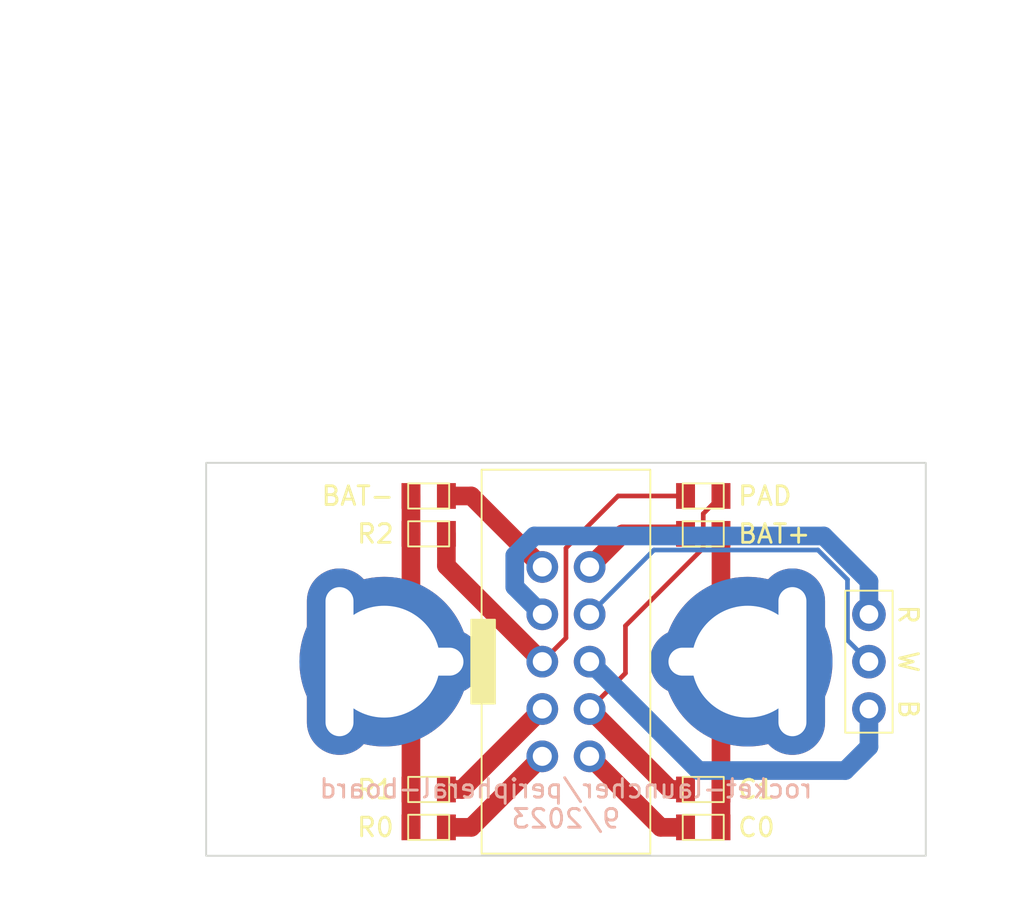
<source format=kicad_pcb>
(kicad_pcb (version 20221018) (generator pcbnew)
  (layers (0 "F.Cu" signal) (31 "B.Cu" signal) (34 "B.Paste" user) (35 "F.Paste" user) (36 "B.SilkS" user "B.Silkscreen") (37 "F.SilkS" user "F.Silkscreen") (38 "B.Mask" user) (39 "F.Mask" user) (44 "Edge.Cuts" user))
  (net 0 "")
  (net 1 "Net-(J2B--)")
  (net 2 "Net-(J2A-+)")
  (net 3 "Net-(J1-P1)")
  (net 4 "Net-(J1-P2)")
  (net 5 "Net-(J1-P3)")
  (net 6 "Net-(J1-P4)")
  (net 7 "Net-(J1-P5)")
  (net 8 "Net-(J1-P6)")
  (net 9 "Net-(J1-P7)")
  (net 10 "Net-(J1-P8)")
  (net 11 "Net-(J1-P9)")
  (net 12 "Net-(J1-P10)")
  (footprint "zandmd:PASSIVE-NPOL-0805" (layer "F.Cu") (at 110.236 74.93 180)
    (fp_text reference "R8")
    (fp_text value "0")
    (fp_rect (start -1.1 -0.675) (end 1.1 0.675) (stroke (width 0.1)) (fill none) (layer "F.SilkS"))
    (pad "1" smd rect (at -0.9505 0 180) (size 1.0156 1.3815) (layers "F.Cu" "F.Paste" "F.Mask") (net 2 "Net-(J2A-+)"))
    (pad "2" smd rect (at 0.9505 0 180) (size 1.0156 1.3815) (layers "F.Cu" "F.Paste" "F.Mask") (net 12 "Net-(J1-P10)"))
  )
  (footprint "zandmd:PASSIVE-NPOL-0805" (layer "F.Cu") (at 110.236 59.182 180)
    (fp_text reference "R4")
    (fp_text value "0")
    (fp_rect (start -1.1 -0.675) (end 1.1 0.675) (stroke (width 0.1)) (fill none) (layer "F.SilkS"))
    (pad "1" smd rect (at -0.9505 0 180) (size 1.0156 1.3815) (layers "F.Cu" "F.Paste" "F.Mask") (net 2 "Net-(J2A-+)"))
    (pad "2" smd rect (at 0.9505 0 180) (size 1.0156 1.3815) (layers "F.Cu" "F.Paste" "F.Mask") (net 4 "Net-(J1-P2)"))
  )
  (footprint "zandmd:B07QKFD7Z7" (layer "F.Cu") (at 102.87 66.04)
    (fp_text reference "S1")
    (fp_text value "B07QKFD7Z7")
    (pad "1" thru_hole oval locked (at -12.15 0) (size 3.5 10) (drill oval 1.5 8) (layers "*.Cu" "*.Mask") (net 1 "Net-(J2B--)"))
    (pad "2" thru_hole oval locked (at 12.15 0) (size 3.5 10) (drill oval 1.5 8) (layers "*.Cu" "*.Mask") (net 2 "Net-(J2A-+)"))
  )
  (footprint "zandmd:PASSIVE-NPOL-0805" (layer "F.Cu") (at 95.504 59.182)
    (fp_text reference "R3")
    (fp_text value "0")
    (fp_rect (start -1.1 -0.675) (end 1.1 0.675) (stroke (width 0.1)) (fill none) (layer "F.SilkS"))
    (pad "1" smd rect (at -0.9505 0) (size 1.0156 1.3815) (layers "F.Cu" "F.Paste" "F.Mask") (net 1 "Net-(J2B--)"))
    (pad "2" smd rect (at 0.9505 0) (size 1.0156 1.3815) (layers "F.Cu" "F.Paste" "F.Mask") (net 7 "Net-(J1-P5)"))
  )
  (footprint "zandmd:PASSIVE-NPOL-0805" (layer "F.Cu") (at 95.504 57.15)
    (fp_text reference "R1")
    (fp_text value "0")
    (fp_rect (start -1.1 -0.675) (end 1.1 0.675) (stroke (width 0.1)) (fill none) (layer "F.SilkS"))
    (pad "1" smd rect (at -0.9505 0) (size 1.0156 1.3815) (layers "F.Cu" "F.Paste" "F.Mask") (net 1 "Net-(J2B--)"))
    (pad "2" smd rect (at 0.9505 0) (size 1.0156 1.3815) (layers "F.Cu" "F.Paste" "F.Mask") (net 3 "Net-(J1-P1)"))
  )
  (footprint "zandmd:PASSIVE-NPOL-0805" (layer "F.Cu") (at 95.504 74.93)
    (fp_text reference "R7")
    (fp_text value "0")
    (fp_rect (start -1.1 -0.675) (end 1.1 0.675) (stroke (width 0.1)) (fill none) (layer "F.SilkS"))
    (pad "1" smd rect (at -0.9505 0) (size 1.0156 1.3815) (layers "F.Cu" "F.Paste" "F.Mask") (net 1 "Net-(J2B--)"))
    (pad "2" smd rect (at 0.9505 0) (size 1.0156 1.3815) (layers "F.Cu" "F.Paste" "F.Mask") (net 11 "Net-(J1-P9)"))
  )
  (footprint "zandmd:PASSIVE-NPOL-0805" (layer "F.Cu") (at 95.504 72.898)
    (fp_text reference "R5")
    (fp_text value "0")
    (fp_rect (start -1.1 -0.675) (end 1.1 0.675) (stroke (width 0.1)) (fill none) (layer "F.SilkS"))
    (pad "1" smd rect (at -0.9505 0) (size 1.0156 1.3815) (layers "F.Cu" "F.Paste" "F.Mask") (net 1 "Net-(J2B--)"))
    (pad "2" smd rect (at 0.9505 0) (size 1.0156 1.3815) (layers "F.Cu" "F.Paste" "F.Mask") (net 9 "Net-(J1-P7)"))
  )
  (footprint "zandmd:302-S101" (layer "F.Cu") (at 102.87 66.04 -90)
    (fp_text reference "J1")
    (fp_text value "302-S101")
    (fp_rect (start -10.3 -4.525) (end 10.3 4.525) (stroke (width 0.1)) (fill none) (layer "F.SilkS"))
    (fp_rect (start -2.25 3.81) (end 2.25 5.08) (stroke (width 0.1)) (fill solid) (layer "F.SilkS"))
    (pad "1" thru_hole circle locked (at -5.08 1.27 270) (size 1.7 1.7) (drill 1.02) (layers "*.Cu" "*.Mask") (net 3 "Net-(J1-P1)"))
    (pad "2" thru_hole circle locked (at -5.08 -1.27 270) (size 1.7 1.7) (drill 1.02) (layers "*.Cu" "*.Mask") (net 4 "Net-(J1-P2)"))
    (pad "3" thru_hole circle locked (at -2.54 1.27 270) (size 1.7 1.7) (drill 1.02) (layers "*.Cu" "*.Mask") (net 5 "Net-(J1-P3)"))
    (pad "4" thru_hole circle locked (at -2.54 -1.27 270) (size 1.7 1.7) (drill 1.02) (layers "*.Cu" "*.Mask") (net 6 "Net-(J1-P4)"))
    (pad "5" thru_hole circle locked (at 0 1.27 270) (size 1.7 1.7) (drill 1.02) (layers "*.Cu" "*.Mask") (net 7 "Net-(J1-P5)"))
    (pad "6" thru_hole circle locked (at 0 -1.27 270) (size 1.7 1.7) (drill 1.02) (layers "*.Cu" "*.Mask") (net 8 "Net-(J1-P6)"))
    (pad "7" thru_hole circle locked (at 2.54 1.27 270) (size 1.7 1.7) (drill 1.02) (layers "*.Cu" "*.Mask") (net 9 "Net-(J1-P7)"))
    (pad "8" thru_hole circle locked (at 2.54 -1.27 270) (size 1.7 1.7) (drill 1.02) (layers "*.Cu" "*.Mask") (net 10 "Net-(J1-P8)"))
    (pad "9" thru_hole circle locked (at 5.08 1.27 270) (size 1.7 1.7) (drill 1.02) (layers "*.Cu" "*.Mask") (net 11 "Net-(J1-P9)"))
    (pad "10" thru_hole circle locked (at 5.08 -1.27 270) (size 1.7 1.7) (drill 1.02) (layers "*.Cu" "*.Mask") (net 12 "Net-(J1-P10)"))
  )
  (footprint "zandmd:B095WMQ8Y8" (layer "F.Cu") (at 102.87 66.04)
    (fp_text reference "J2")
    (fp_text value "B095WMQ8Y8")
    (fp_text user "-" (at -9.1 -2.54 unlocked) (layer "F.SilkS") (effects (font (thickness 0.1))))
    (fp_text user "+" (at 9.1 -2.54 unlocked) (layer "F.SilkS") (effects (font (thickness 0.1))))
    (pad "1" thru_hole oval locked (at 9 0) (size 9 3.5) (drill oval 7 1.5) (layers "*.Cu" "*.Mask") (net 2 "Net-(J2A-+)"))
    (pad "2" thru_hole oval locked (at -9 0) (size 9 3.5) (drill oval 7 1.5) (layers "*.Cu" "*.Mask") (net 1 "Net-(J2B--)"))
  )
  (footprint "zandmd:B01AG923GI" (layer "F.Cu") (at 119.126 66.04 -90)
    (fp_text reference "J3")
    (fp_text value "B01AG923GI")
    (fp_text user "B" (at 2.54 -1.524 -90 unlocked) (layer "F.SilkS") (effects (font (thickness 0.153)) (justify bottom)))
    (fp_text user "W" (at 0 -1.524 -90 unlocked) (layer "F.SilkS") (effects (font (thickness 0.153)) (justify bottom)))
    (fp_text user "R" (at -2.54 -1.524 -90 unlocked) (layer "F.SilkS") (effects (font (thickness 0.153)) (justify bottom)))
    (fp_rect (start -3.81 -1.27) (end 3.81 1.27) (stroke (width 0.1)) (fill none) (layer "F.SilkS"))
    (pad "1" thru_hole circle (at -2.54 0 270) (size 1.8 1.8) (drill 1) (layers "*.Cu" "*.Mask") (net 5 "Net-(J1-P3)"))
    (pad "2" thru_hole circle (at 0 0 270) (size 1.8 1.8) (drill 1) (layers "*.Cu" "*.Mask") (net 6 "Net-(J1-P4)"))
    (pad "3" thru_hole circle (at 2.54 0 270) (size 1.8 1.8) (drill 1) (layers "*.Cu" "*.Mask") (net 8 "Net-(J1-P6)"))
  )
  (footprint "zandmd:B076FX76R8" (layer "F.Cu") (at 112.62 66.04 180)
    (fp_text reference "H2")
    (fp_text value "B076FX76R8")
    (pad "1" thru_hole circle locked (at 0 0 180) (size 9.1 9.1) (drill 6) (layers "*.Cu" "*.Mask") (net 2 "Net-(J2A-+)"))
  )
  (footprint "zandmd:PASSIVE-NPOL-0805" (layer "F.Cu") (at 110.236 57.15)
    (fp_text reference "R2")
    (fp_text value "0")
    (fp_rect (start -1.1 -0.675) (end 1.1 0.675) (stroke (width 0.1)) (fill none) (layer "F.SilkS"))
    (pad "1" smd rect (at -0.9505 0) (size 1.0156 1.3815) (layers "F.Cu" "F.Paste" "F.Mask") (net 7 "Net-(J1-P5)"))
    (pad "2" smd rect (at 0.9505 0) (size 1.0156 1.3815) (layers "F.Cu" "F.Paste" "F.Mask") (net 10 "Net-(J1-P8)"))
  )
  (footprint "zandmd:B076FX76R8" (layer "F.Cu") (at 93.12 66.04)
    (fp_text reference "H1")
    (fp_text value "B076FX76R8")
    (pad "1" thru_hole circle locked (at 0 0) (size 9.1 9.1) (drill 6) (layers "*.Cu" "*.Mask") (net 1 "Net-(J2B--)"))
  )
  (footprint "zandmd:PASSIVE-NPOL-0805" (layer "F.Cu") (at 110.236 72.898 180)
    (fp_text reference "R6")
    (fp_text value "0")
    (fp_rect (start -1.1 -0.675) (end 1.1 0.675) (stroke (width 0.1)) (fill none) (layer "F.SilkS"))
    (pad "1" smd rect (at -0.9505 0 180) (size 1.0156 1.3815) (layers "F.Cu" "F.Paste" "F.Mask") (net 2 "Net-(J2A-+)"))
    (pad "2" smd rect (at 0.9505 0 180) (size 1.0156 1.3815) (layers "F.Cu" "F.Paste" "F.Mask") (net 10 "Net-(J1-P8)"))
  )
  (gr_rect (start 83.566 55.372) (end 122.174 76.454) (stroke (width 0.1)) (fill none) (layer "Edge.Cuts"))
  (gr_text "rocket-launcher/peripheral-board\n9/2023" (at 102.87 73.66) (layer "B.SilkS") (effects (font (size 1 1) (thickness 0.153)) (justify mirror)))
  (gr_text "PAD" (at 112.014 57.15) (layer "F.SilkS") (effects (font (size 1 1) (thickness 0.153)) (justify left)))
  (gr_text "R1" (at 93.726 72.898) (layer "F.SilkS") (effects (font (size 1 1) (thickness 0.153)) (justify right)))
  (gr_text "BAT+" (at 112.014 59.182) (layer "F.SilkS") (effects (font (size 1 1) (thickness 0.153)) (justify left)))
  (gr_text "C0" (at 112.014 74.93) (layer "F.SilkS") (effects (font (size 1 1) (thickness 0.153)) (justify left)))
  (gr_text "R2" (at 93.726 59.182) (layer "F.SilkS") (effects (font (size 1 1) (thickness 0.153)) (justify right)))
  (gr_text "C1" (at 112.014 72.898) (layer "F.SilkS") (effects (font (size 1 1) (thickness 0.153)) (justify left)))
  (gr_text "BAT-" (at 93.726 57.15) (layer "F.SilkS") (effects (font (size 1 1) (thickness 0.153)) (justify right)))
  (gr_text "R0" (at 93.726 74.93) (layer "F.SilkS") (effects (font (size 1 1) (thickness 0.153)) (justify right)))
  (segment (start 94.5535 64.6065) (end 93.12 66.04) (width 1) (layer "F.Cu") (net 1))
  (segment (start 94.5535 57.15) (end 94.5535 59.182) (width 1) (layer "F.Cu") (net 1))
  (segment (start 94.5535 72.898) (end 94.5535 66.7235) (width 1) (layer "F.Cu") (net 1))
  (segment (start 94.5535 59.182) (end 94.5535 64.6065) (width 1) (layer "F.Cu") (net 1))
  (segment (start 94.5535 66.7235) (end 93.87 66.04) (width 1) (layer "F.Cu") (net 1))
  (segment (start 94.5535 74.93) (end 94.5535 72.898) (width 1) (layer "F.Cu") (net 1))
  (segment (start 94.5535 67.4735) (end 93.12 66.04) (width 0.25) (layer "F.Cu") (net 1))
  (segment (start 111.1865 59.182) (end 111.1865 64.6065) (width 1) (layer "F.Cu") (net 2))
  (segment (start 111.1865 72.898) (end 111.1865 67.4735) (width 1) (layer "F.Cu") (net 2))
  (segment (start 111.1865 67.4735) (end 112.62 66.04) (width 1) (layer "F.Cu") (net 2))
  (segment (start 111.1865 64.6065) (end 112.62 66.04) (width 1) (layer "F.Cu") (net 2))
  (segment (start 111.1865 74.93) (end 111.1865 72.898) (width 1) (layer "F.Cu") (net 2))
  (segment (start 96.4545 57.15) (end 97.79 57.15) (width 1) (layer "F.Cu") (net 3))
  (segment (start 97.79 57.15) (end 101.6 60.96) (width 1) (layer "F.Cu") (net 3))
  (segment (start 109.2855 59.182) (end 105.918 59.182) (width 1) (layer "F.Cu") (net 4))
  (segment (start 105.918 59.182) (end 104.14 60.96) (width 1) (layer "F.Cu") (net 4))
  (segment (start 100.123 60.348206) (end 101.174706 59.2965) (width 1) (layer "B.Cu") (net 5))
  (segment (start 119.126 61.722) (end 119.126 63.5) (width 1) (layer "B.Cu") (net 5))
  (segment (start 101.6 63.5) (end 100.123 62.023) (width 1) (layer "B.Cu") (net 5))
  (segment (start 101.174706 59.2965) (end 116.7005 59.2965) (width 1) (layer "B.Cu") (net 5))
  (segment (start 100.123 62.023) (end 100.123 60.348206) (width 1) (layer "B.Cu") (net 5))
  (segment (start 116.7005 59.2965) (end 119.126 61.722) (width 1) (layer "B.Cu") (net 5))
  (segment (start 116.389012 60.0485) (end 117.974 61.633488) (width 0.25) (layer "B.Cu") (net 6))
  (segment (start 104.14 63.5) (end 107.5915 60.0485) (width 0.25) (layer "B.Cu") (net 6))
  (segment (start 117.974 64.888) (end 119.126 66.04) (width 0.25) (layer "B.Cu") (net 6))
  (segment (start 107.5915 60.0485) (end 116.389012 60.0485) (width 0.25) (layer "B.Cu") (net 6))
  (segment (start 117.974 61.633488) (end 117.974 64.888) (width 0.25) (layer "B.Cu") (net 6))
  (segment (start 101.6 66.04) (end 102.87 64.77) (width 0.25) (layer "F.Cu") (net 7))
  (segment (start 96.4545 59.182) (end 96.4545 60.8945) (width 1) (layer "F.Cu") (net 7))
  (segment (start 96.4545 60.8945) (end 101.6 66.04) (width 1) (layer "F.Cu") (net 7))
  (segment (start 102.87 59.944) (end 105.664 57.15) (width 0.25) (layer "F.Cu") (net 7))
  (segment (start 105.664 57.15) (end 109.2855 57.15) (width 0.25) (layer "F.Cu") (net 7))
  (segment (start 102.87 64.77) (end 102.87 59.944) (width 0.25) (layer "F.Cu") (net 7))
  (segment (start 104.14 66.04) (end 109.982 71.882) (width 1) (layer "B.Cu") (net 8))
  (segment (start 109.982 71.882) (end 117.856 71.882) (width 1) (layer "B.Cu") (net 8))
  (segment (start 119.126 70.612) (end 119.126 68.58) (width 1) (layer "B.Cu") (net 8))
  (segment (start 117.856 71.882) (end 119.126 70.612) (width 1) (layer "B.Cu") (net 8))
  (segment (start 96.4545 72.898) (end 97.282 72.898) (width 1) (layer "F.Cu") (net 9))
  (segment (start 97.282 72.898) (end 101.6 68.58) (width 1) (layer "F.Cu") (net 9))
  (segment (start 106.062232 64.117768) (end 106.062232 66.657768) (width 0.25) (layer "F.Cu") (net 10))
  (segment (start 111.1865 57.15) (end 110.236 58.1005) (width 0.25) (layer "F.Cu") (net 10))
  (segment (start 108.458 72.898) (end 104.14 68.58) (width 1) (layer "F.Cu") (net 10))
  (segment (start 110.236 58.1005) (end 110.236 59.944) (width 0.25) (layer "F.Cu") (net 10))
  (segment (start 110.236 59.944) (end 106.062232 64.117768) (width 0.25) (layer "F.Cu") (net 10))
  (segment (start 109.2855 72.898) (end 108.458 72.898) (width 1) (layer "F.Cu") (net 10))
  (segment (start 106.062232 66.657768) (end 104.14 68.58) (width 0.25) (layer "F.Cu") (net 10))
  (segment (start 97.79 74.93) (end 101.6 71.12) (width 1) (layer "F.Cu") (net 11))
  (segment (start 96.4545 74.93) (end 97.79 74.93) (width 1) (layer "F.Cu") (net 11))
  (segment (start 109.2855 74.93) (end 107.95 74.93) (width 1) (layer "F.Cu") (net 12))
  (segment (start 107.95 74.93) (end 104.14 71.12) (width 1) (layer "F.Cu") (net 12))
)
</source>
